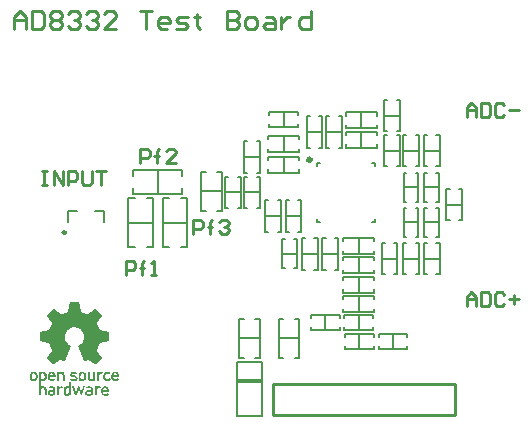
<source format=gto>
G04*
G04 #@! TF.GenerationSoftware,Altium Limited,Altium Designer,18.1.9 (240)*
G04*
G04 Layer_Color=65535*
%FSLAX25Y25*%
%MOIN*%
G70*
G01*
G75*
%ADD10C,0.00984*%
%ADD11C,0.01575*%
%ADD12C,0.00787*%
%ADD13C,0.00591*%
%ADD14C,0.00600*%
%ADD15C,0.01000*%
%ADD16C,0.01181*%
%ADD17C,0.00394*%
G36*
X333603Y254837D02*
Y254779D01*
X334179Y251838D01*
Y251780D01*
X334237Y251723D01*
X334295Y251665D01*
X336256Y250857D01*
X336428D01*
X338908Y252588D01*
X338966D01*
X339081Y252530D01*
X341215Y250512D01*
Y250454D01*
Y250396D01*
Y250339D01*
Y250281D01*
X339485Y247859D01*
Y247743D01*
Y247686D01*
Y247628D01*
X340408Y245609D01*
Y245552D01*
X340465Y245494D01*
X340581D01*
X343349Y244975D01*
X343464D01*
X343522Y244917D01*
Y244860D01*
Y241919D01*
Y241861D01*
X343464Y241803D01*
X343349D01*
X340638Y241227D01*
X340581D01*
X340523Y241169D01*
X340465Y241111D01*
X339600Y238920D01*
Y238862D01*
Y238804D01*
Y238747D01*
Y238689D01*
X341215Y236440D01*
Y236325D01*
Y236267D01*
X339081Y234191D01*
X339024Y234133D01*
X338966D01*
X338908Y234191D01*
X336659Y235690D01*
X336428D01*
X335506Y235171D01*
X335390D01*
X335333Y235229D01*
X333257Y240189D01*
Y240246D01*
X333314Y240419D01*
X333603Y240534D01*
X333660Y240592D01*
X333718Y240650D01*
X333776Y240708D01*
X333949Y240823D01*
X334179Y241054D01*
X334468Y241342D01*
X334756Y241688D01*
X334987Y242149D01*
X335160Y242668D01*
X335217Y243303D01*
Y243360D01*
Y243533D01*
X335160Y243764D01*
X335102Y244110D01*
X334987Y244456D01*
X334814Y244860D01*
X334583Y245264D01*
X334295Y245609D01*
X334237Y245667D01*
X334122Y245782D01*
X333949Y245898D01*
X333660Y246129D01*
X333314Y246302D01*
X332911Y246417D01*
X332507Y246532D01*
X331988Y246590D01*
X331757D01*
X331527Y246532D01*
X331181Y246475D01*
X330835Y246359D01*
X330431Y246186D01*
X330085Y245955D01*
X329681Y245609D01*
X329624Y245552D01*
X329566Y245437D01*
X329393Y245264D01*
X329220Y244975D01*
X329047Y244629D01*
X328931Y244225D01*
X328816Y243822D01*
X328758Y243303D01*
Y243245D01*
Y243014D01*
X328816Y242726D01*
X328931Y242322D01*
X329104Y241919D01*
X329393Y241457D01*
X329739Y241054D01*
X330258Y240650D01*
Y240592D01*
X330315Y240534D01*
X330373D01*
X330662Y240419D01*
X330719Y240361D01*
Y240189D01*
X328701Y235229D01*
X328643D01*
X328470Y235171D01*
X327490Y235690D01*
X327317D01*
X325067Y234191D01*
X325010Y234133D01*
X324952D01*
X324894Y234191D01*
X322761Y236267D01*
Y236325D01*
Y236382D01*
Y236440D01*
X324376Y238689D01*
Y238747D01*
Y238804D01*
Y238862D01*
Y238920D01*
X323453Y241111D01*
Y241169D01*
X323337Y241227D01*
X320627Y241803D01*
X320569D01*
X320512Y241861D01*
X320454Y241919D01*
Y244860D01*
Y244917D01*
X320512Y244975D01*
X320627D01*
X323395Y245494D01*
X323453D01*
X323626Y245609D01*
X324433Y247628D01*
Y247686D01*
Y247743D01*
Y247801D01*
Y247859D01*
X322761Y250281D01*
Y250339D01*
Y250396D01*
Y250454D01*
Y250512D01*
X324894Y252530D01*
X324952Y252588D01*
X325067D01*
X327490Y250857D01*
X327720D01*
X329681Y251665D01*
X329739D01*
X329797Y251723D01*
Y251838D01*
X330373Y254779D01*
Y254837D01*
X330431Y254894D01*
X333545D01*
X333603Y254837D01*
D02*
G37*
G36*
X341446Y231653D02*
X341676Y231538D01*
X341215Y230961D01*
X341158Y231019D01*
X341100Y231077D01*
X340985Y231134D01*
X340869Y231192D01*
X340754D01*
X340581Y231134D01*
X340350Y230904D01*
X340292Y230731D01*
X340235Y230500D01*
Y228655D01*
X339600D01*
Y231769D01*
X340235D01*
Y231423D01*
X340292Y231480D01*
X340408Y231596D01*
X340696Y231711D01*
X341042Y231769D01*
X341215D01*
X341446Y231653D01*
D02*
G37*
G36*
X328182D02*
X328355Y231480D01*
X328528Y231307D01*
X328643Y231019D01*
X328701Y230673D01*
Y228655D01*
X328066D01*
Y230500D01*
Y230558D01*
Y230615D01*
X328009Y230846D01*
X327778Y231077D01*
X327663Y231192D01*
X327317D01*
X327144Y231134D01*
X326913Y230904D01*
X326855Y230731D01*
X326798Y230500D01*
Y228655D01*
X326163D01*
Y231769D01*
X326798D01*
Y231423D01*
X326855Y231480D01*
X327028Y231596D01*
X327259Y231711D01*
X327663Y231769D01*
X327836D01*
X328182Y231653D01*
D02*
G37*
G36*
X321953Y231711D02*
X322242Y231653D01*
X322530Y231423D01*
X322588Y231365D01*
X322645Y231134D01*
X322703Y230788D01*
Y230212D01*
Y230154D01*
Y230096D01*
Y229750D01*
X322645Y229347D01*
X322530Y229001D01*
X322472Y228943D01*
X322242Y228828D01*
X321953Y228655D01*
X321665Y228597D01*
X321607D01*
X321434Y228655D01*
X321146Y228770D01*
X320800Y228943D01*
Y226521D01*
X320858Y226578D01*
X321031Y226694D01*
X321261Y226809D01*
X321665Y226867D01*
X321838D01*
X322184Y226751D01*
X322357Y226636D01*
X322530Y226405D01*
X322645Y226175D01*
X322703Y225829D01*
Y223810D01*
X322069D01*
Y225598D01*
Y225656D01*
Y225713D01*
X322011Y225944D01*
X321780Y226175D01*
X321665Y226290D01*
X321319D01*
X321146Y226232D01*
X320915Y226002D01*
X320858Y225829D01*
X320800Y225598D01*
Y223810D01*
X320281D01*
Y231769D01*
X320800D01*
Y231423D01*
X320858Y231480D01*
X321088Y231596D01*
X321319Y231711D01*
X321665Y231769D01*
X321723D01*
X321953Y231711D01*
D02*
G37*
G36*
X332161D02*
X332507Y231596D01*
X332911Y231307D01*
X332565Y230904D01*
X332449Y230961D01*
X332219Y231077D01*
X331930Y231134D01*
X331700Y231192D01*
X331584D01*
X331411Y231134D01*
X331238Y231077D01*
X331123Y230846D01*
Y230788D01*
X331181Y230731D01*
X331296Y230615D01*
X331584Y230558D01*
X332103Y230500D01*
X332276D01*
X332565Y230327D01*
X332911Y230039D01*
X332968Y229866D01*
X333026Y229577D01*
Y229520D01*
Y229404D01*
X332968Y229289D01*
X332853Y229116D01*
X332680Y228885D01*
X332449Y228770D01*
X332161Y228655D01*
X331700Y228597D01*
X331584D01*
X331238Y228655D01*
X330835Y228828D01*
X330373Y229174D01*
X330777Y229577D01*
X330835Y229520D01*
X331065Y229404D01*
X331411Y229231D01*
X331757Y229174D01*
X331873D01*
X332103Y229231D01*
X332276Y229347D01*
X332392Y229462D01*
Y229577D01*
Y229635D01*
X332334Y229693D01*
X332219Y229808D01*
X331988Y229923D01*
X331354D01*
X331296Y229981D01*
X331008Y230096D01*
X330719Y230385D01*
X330662Y230558D01*
X330604Y230846D01*
Y230904D01*
Y231019D01*
X330719Y231307D01*
X330892Y231480D01*
X331065Y231653D01*
X331354Y231711D01*
X331700Y231769D01*
X331815D01*
X332161Y231711D01*
D02*
G37*
G36*
X343407D02*
X343753Y231538D01*
X344099Y231250D01*
X343637Y230846D01*
X343580Y230904D01*
X343464Y231019D01*
X343291Y231134D01*
X343003Y231192D01*
X342888D01*
X342657Y231077D01*
X342484Y230961D01*
X342369Y230788D01*
X342311Y230558D01*
X342253Y230212D01*
Y230154D01*
Y230039D01*
X342369Y229750D01*
X342599Y229404D01*
X342772Y229289D01*
X343003Y229231D01*
X343061D01*
X343234Y229289D01*
X343407Y229404D01*
X343637Y229577D01*
X344099Y229174D01*
X344041Y229058D01*
X343810Y228885D01*
X343464Y228712D01*
X343003Y228597D01*
X342772D01*
X342542Y228712D01*
X342311Y228828D01*
X342080Y229001D01*
X341849Y229289D01*
X341676Y229693D01*
X341619Y230212D01*
Y230269D01*
Y230442D01*
X341676Y230731D01*
X341792Y231019D01*
X341965Y231250D01*
X342196Y231538D01*
X342542Y231711D01*
X343003Y231769D01*
X343118D01*
X343407Y231711D01*
D02*
G37*
G36*
X338908Y228655D02*
X338274D01*
Y228943D01*
X338216Y228885D01*
X338043Y228770D01*
X337813Y228655D01*
X337524Y228597D01*
X337351D01*
X337005Y228712D01*
X336774Y228828D01*
X336601Y229058D01*
X336486Y229289D01*
X336428Y229635D01*
Y231769D01*
X337063D01*
Y229923D01*
Y229808D01*
X337121Y229577D01*
X337351Y229347D01*
X337467Y229289D01*
X337697Y229231D01*
X337813D01*
X337986Y229347D01*
X338159Y229520D01*
X338274Y229693D01*
Y229923D01*
Y231769D01*
X338908D01*
Y228655D01*
D02*
G37*
G36*
X345944Y231711D02*
X346232Y231596D01*
X346463Y231480D01*
X346636Y231250D01*
X346809Y230904D01*
X346867Y230500D01*
Y229923D01*
X344906D01*
Y229866D01*
Y229808D01*
X345021Y229577D01*
X345252Y229289D01*
X345425Y229231D01*
X345656Y229174D01*
X345713D01*
X345886Y229231D01*
X346117Y229347D01*
X346290Y229520D01*
X346751Y229116D01*
X346694Y229058D01*
X346463Y228885D01*
X346117Y228655D01*
X345656Y228597D01*
X345425D01*
X345194Y228712D01*
X344964Y228828D01*
X344733Y229001D01*
X344502Y229289D01*
X344329Y229693D01*
X344272Y230212D01*
Y230269D01*
Y230442D01*
X344329Y230731D01*
X344445Y231019D01*
X344560Y231250D01*
X344791Y231538D01*
X345137Y231711D01*
X345540Y231769D01*
X345771D01*
X345944Y231711D01*
D02*
G37*
G36*
X334987D02*
X335275Y231653D01*
X335563Y231423D01*
X335621Y231365D01*
X335736Y231134D01*
X335852Y230788D01*
X335910Y230212D01*
Y230154D01*
Y230096D01*
X335852Y229750D01*
X335794Y229347D01*
X335563Y229001D01*
X335506Y228943D01*
X335333Y228828D01*
X335044Y228655D01*
X334641Y228597D01*
X334525D01*
X334295Y228655D01*
X334006Y228770D01*
X333660Y229001D01*
X333603Y229058D01*
X333545Y229289D01*
X333430Y229693D01*
X333372Y230212D01*
Y230269D01*
Y230327D01*
X333430Y230673D01*
X333487Y231077D01*
X333660Y231423D01*
X333718Y231480D01*
X333891Y231596D01*
X334237Y231711D01*
X334641Y231769D01*
X334756D01*
X334987Y231711D01*
D02*
G37*
G36*
X324779D02*
X325067Y231596D01*
X325298Y231480D01*
X325471Y231250D01*
X325644Y230904D01*
X325702Y230500D01*
Y229923D01*
X323741D01*
Y229866D01*
Y229808D01*
X323856Y229577D01*
X324029Y229289D01*
X324202Y229231D01*
X324433Y229174D01*
X324491D01*
X324722Y229231D01*
X324894Y229347D01*
X325125Y229520D01*
X325644Y229116D01*
X325529Y229058D01*
X325298Y228885D01*
X324952Y228655D01*
X324491Y228597D01*
X324260D01*
X324029Y228712D01*
X323799Y228828D01*
X323568Y229001D01*
X323337Y229289D01*
X323164Y229693D01*
X323107Y230212D01*
Y230269D01*
Y230442D01*
X323164Y230731D01*
X323280Y231019D01*
X323395Y231250D01*
X323626Y231538D01*
X323972Y231711D01*
X324376Y231769D01*
X324606D01*
X324779Y231711D01*
D02*
G37*
G36*
X318839D02*
X319127Y231653D01*
X319358Y231423D01*
X319416Y231365D01*
X319531Y231134D01*
X319647Y230788D01*
X319704Y230212D01*
Y230154D01*
Y230096D01*
X319647Y229750D01*
X319589Y229347D01*
X319358Y229001D01*
X319301Y228943D01*
X319127Y228828D01*
X318839Y228655D01*
X318436Y228597D01*
X318320D01*
X318090Y228655D01*
X317801Y228770D01*
X317455Y229001D01*
X317397Y229058D01*
X317340Y229347D01*
X317282Y229693D01*
X317224Y230212D01*
Y230269D01*
Y230327D01*
X317282Y230673D01*
X317340Y231019D01*
X317455Y231423D01*
X317513Y231480D01*
X317686Y231596D01*
X318032Y231711D01*
X318436Y231769D01*
X318551D01*
X318839Y231711D01*
D02*
G37*
G36*
X340696Y226751D02*
X340927Y226636D01*
X340408Y226117D01*
Y226175D01*
X340292Y226232D01*
X340177Y226290D01*
X339889D01*
X339716Y226232D01*
X339543Y226002D01*
X339427Y225829D01*
Y225598D01*
Y223810D01*
X338793D01*
Y226867D01*
X339427D01*
Y226521D01*
X339485Y226578D01*
X339658Y226694D01*
X339889Y226809D01*
X340292Y226867D01*
X340465D01*
X340696Y226751D01*
D02*
G37*
G36*
X330892Y223810D02*
X330258D01*
Y224041D01*
X330200Y223983D01*
X330027Y223868D01*
X329797Y223753D01*
X329450Y223695D01*
X329393D01*
X329162Y223753D01*
X328874Y223868D01*
X328643Y224156D01*
X328585Y224214D01*
X328528Y224387D01*
X328470Y224502D01*
Y224733D01*
X328412Y224964D01*
Y225310D01*
Y225367D01*
Y225483D01*
X328470Y225829D01*
X328528Y226232D01*
X328585Y226405D01*
X328643Y226521D01*
X328701Y226578D01*
X328816Y226694D01*
X329104Y226809D01*
X329450Y226867D01*
X329508D01*
X329739Y226809D01*
X329970Y226751D01*
X330258Y226521D01*
Y228135D01*
X330892D01*
Y223810D01*
D02*
G37*
G36*
X328182Y226751D02*
X328412Y226636D01*
X327951Y226117D01*
X327893Y226175D01*
X327836Y226232D01*
X327663Y226290D01*
X327432D01*
X327259Y226232D01*
X327028Y226002D01*
X326971Y225829D01*
Y225598D01*
Y223810D01*
X326336D01*
Y226867D01*
X326971D01*
Y226521D01*
X327028Y226578D01*
X327144Y226694D01*
X327374Y226809D01*
X327720Y226867D01*
X327951D01*
X328182Y226751D01*
D02*
G37*
G36*
X334641Y223810D02*
X334064D01*
X333372Y225944D01*
X332738Y223810D01*
X332219D01*
X331238Y226867D01*
X331873D01*
X332449Y224675D01*
X333199Y226867D01*
X333660D01*
X334352Y224675D01*
X334929Y226867D01*
X335621D01*
X334641Y223810D01*
D02*
G37*
G36*
X337524Y226751D02*
X337697Y226636D01*
X337928Y226463D01*
X338043Y226232D01*
X338101Y225886D01*
Y223810D01*
X337524D01*
Y224041D01*
X337467Y223983D01*
X337351Y223868D01*
X337063Y223753D01*
X336717Y223695D01*
X336544D01*
X336198Y223810D01*
X335967Y223926D01*
X335794Y224099D01*
X335679Y224329D01*
X335621Y224675D01*
Y224733D01*
Y224848D01*
X335736Y225137D01*
X335852Y225310D01*
X336083Y225483D01*
X336313Y225540D01*
X336659Y225598D01*
X337524D01*
Y225886D01*
Y225944D01*
X337467Y226117D01*
X337236Y226232D01*
X337121Y226290D01*
X336659D01*
X336428Y226232D01*
X336313Y226117D01*
X335852Y226463D01*
X335910Y226521D01*
X336083Y226694D01*
X336371Y226809D01*
X336890Y226867D01*
X337063D01*
X337524Y226751D01*
D02*
G37*
G36*
X324722Y226809D02*
X325010Y226751D01*
X325240Y226636D01*
X325413Y226463D01*
X325587Y226232D01*
X325644Y225886D01*
Y223810D01*
X325010D01*
Y224041D01*
X324952Y223983D01*
X324837Y223868D01*
X324606Y223753D01*
X324260Y223695D01*
X324087D01*
X323683Y223810D01*
X323453Y223926D01*
X323280Y224099D01*
X323164Y224329D01*
X323107Y224675D01*
Y224733D01*
Y224848D01*
X323222Y225137D01*
X323337Y225310D01*
X323568Y225483D01*
X323799Y225540D01*
X324145Y225598D01*
X325010D01*
Y225886D01*
Y225944D01*
X324952Y226117D01*
X324722Y226232D01*
X324606Y226290D01*
X324145D01*
X323914Y226232D01*
X323741Y226117D01*
X323280Y226463D01*
X323337Y226521D01*
X323568Y226694D01*
X323856Y226809D01*
X324318Y226867D01*
X324549D01*
X324722Y226809D01*
D02*
G37*
G36*
X342599D02*
X342888Y226694D01*
X343118Y226578D01*
X343291Y226348D01*
X343464Y226002D01*
X343522Y225598D01*
Y225021D01*
X341561D01*
Y224964D01*
Y224906D01*
X341676Y224675D01*
X341849Y224387D01*
X342022Y224329D01*
X342253Y224272D01*
X342311D01*
X342542Y224329D01*
X342715Y224445D01*
X342945Y224618D01*
X343407Y224214D01*
X343349Y224156D01*
X343118Y223983D01*
X342772Y223753D01*
X342311Y223695D01*
X342080D01*
X341849Y223810D01*
X341619Y223926D01*
X341388Y224099D01*
X341158Y224387D01*
X340985Y224791D01*
X340927Y225310D01*
Y225367D01*
Y225540D01*
X340985Y225829D01*
X341100Y226117D01*
X341215Y226348D01*
X341446Y226636D01*
X341792Y226809D01*
X342196Y226867D01*
X342426D01*
X342599Y226809D01*
D02*
G37*
%LPC*%
G36*
X321434Y231192D02*
X321319D01*
X321146Y231077D01*
X321031Y230961D01*
X320915Y230788D01*
X320858Y230558D01*
X320800Y230212D01*
Y230154D01*
Y230039D01*
X320858Y229750D01*
X321088Y229404D01*
X321204Y229289D01*
X321434Y229231D01*
X321550D01*
X321780Y229347D01*
X321896Y229462D01*
X321953Y229635D01*
X322069Y229866D01*
Y230212D01*
Y230269D01*
Y230385D01*
X322011Y230731D01*
X321780Y231019D01*
X321665Y231134D01*
X321434Y231192D01*
D02*
G37*
G36*
X345713D02*
X345425D01*
X345252Y231134D01*
X345021Y230904D01*
X344964Y230731D01*
X344906Y230500D01*
X346232D01*
Y230558D01*
Y230615D01*
X346117Y230846D01*
X345886Y231077D01*
X345713Y231192D01*
D02*
G37*
G36*
X334641D02*
X334583D01*
X334468Y231134D01*
X334295Y231077D01*
X334179Y230904D01*
X334122Y230788D01*
X334064Y230558D01*
X334006Y230212D01*
Y230096D01*
Y229923D01*
X334064Y229635D01*
X334179Y229462D01*
Y229404D01*
X334237Y229347D01*
X334410Y229289D01*
X334641Y229231D01*
X334698D01*
X334814Y229289D01*
X334987Y229347D01*
X335102Y229462D01*
X335160Y229520D01*
X335217Y229635D01*
X335275Y229866D01*
Y230212D01*
Y230327D01*
Y230500D01*
X335217Y230731D01*
X335102Y230904D01*
Y230961D01*
X334987Y231077D01*
X334871Y231134D01*
X334641Y231192D01*
D02*
G37*
G36*
X324549D02*
X324260D01*
X324087Y231134D01*
X323856Y230904D01*
X323799Y230731D01*
X323741Y230500D01*
X325067D01*
Y230558D01*
Y230615D01*
X324952Y230846D01*
X324722Y231077D01*
X324549Y231192D01*
D02*
G37*
G36*
X318436D02*
X318378D01*
X318263Y231134D01*
X318090Y231077D01*
X317974Y230904D01*
X317916Y230846D01*
X317859Y230731D01*
X317801Y230500D01*
X317743Y230212D01*
Y230154D01*
X317801Y229923D01*
X317859Y229693D01*
X317974Y229462D01*
Y229404D01*
X318032Y229347D01*
X318205Y229289D01*
X318436Y229231D01*
X318493D01*
X318666Y229289D01*
X318839Y229347D01*
X318954Y229462D01*
Y229520D01*
X319012Y229635D01*
X319070Y229866D01*
Y230212D01*
Y230327D01*
Y230500D01*
X319012Y230731D01*
X318954Y230904D01*
X318897Y230961D01*
X318839Y231077D01*
X318666Y231134D01*
X318436Y231192D01*
D02*
G37*
G36*
X329681Y226290D02*
X329566D01*
X329393Y226175D01*
X329277Y226059D01*
X329162Y225886D01*
X329104Y225656D01*
X329047Y225310D01*
Y225252D01*
Y225137D01*
X329104Y224848D01*
X329335Y224502D01*
X329450Y224387D01*
X329681Y224329D01*
X329797D01*
X329970Y224445D01*
X330085Y224560D01*
X330142Y224733D01*
X330258Y224964D01*
Y225310D01*
Y225367D01*
Y225483D01*
X330200Y225829D01*
X330027Y226117D01*
X329854Y226232D01*
X329681Y226290D01*
D02*
G37*
G36*
X337524Y225021D02*
X336717D01*
X336544Y224964D01*
X336313Y224906D01*
X336256Y224675D01*
Y224618D01*
X336313Y224502D01*
X336486Y224329D01*
X336774Y224272D01*
X336890D01*
X337178Y224329D01*
X337409Y224502D01*
X337467Y224675D01*
X337524Y224848D01*
Y225021D01*
D02*
G37*
G36*
X325010D02*
X324202D01*
X324029Y224964D01*
X323799Y224906D01*
X323741Y224675D01*
Y224618D01*
X323799Y224502D01*
X323972Y224329D01*
X324318Y224272D01*
X324433D01*
X324664Y224329D01*
X324894Y224502D01*
X325010Y224675D01*
Y224848D01*
Y225021D01*
D02*
G37*
G36*
X342369Y226290D02*
X342080D01*
X341907Y226232D01*
X341676Y226002D01*
X341619Y225829D01*
X341561Y225598D01*
X342888D01*
Y225656D01*
Y225713D01*
X342772Y225944D01*
X342542Y226175D01*
X342369Y226290D01*
D02*
G37*
%LPD*%
D10*
X329134Y278150D02*
G03*
X329134Y278150I-492J0D01*
G01*
D11*
X410739Y302339D02*
G03*
X410739Y302339I-400J0D01*
G01*
D12*
X338681Y285433D02*
X341732D01*
Y281496D02*
Y285433D01*
X329921D02*
X332972D01*
X329921Y281496D02*
Y285433D01*
D13*
X349988Y281398D02*
X358059D01*
X349988Y273228D02*
Y289567D01*
X358059Y273228D02*
Y289567D01*
X356090D02*
X358059D01*
X356090Y273228D02*
X358059D01*
X349988D02*
X352055D01*
X349988Y289567D02*
X352055D01*
X359732Y290945D02*
Y299016D01*
X351563D02*
X367901D01*
X351563Y290945D02*
X367901D01*
Y292913D01*
X351563Y290945D02*
Y292913D01*
Y296949D02*
Y299016D01*
X367901Y296949D02*
Y299016D01*
X361405Y281398D02*
X369476D01*
X361405Y273228D02*
Y289567D01*
X369476Y273228D02*
Y289567D01*
X367508D02*
X369476D01*
X367508Y273228D02*
X369476D01*
X361405D02*
X363472D01*
X361405Y289567D02*
X363472D01*
X388583Y291535D02*
X393898D01*
X388583Y286319D02*
X389665D01*
X388583D02*
Y296752D01*
X389665D01*
X392815D02*
X393898D01*
Y286319D02*
Y296752D01*
X392815Y286319D02*
X393898D01*
X448425Y305413D02*
X453740D01*
X452658Y310531D02*
X453740D01*
Y300295D02*
Y310531D01*
X452658Y300295D02*
X453740D01*
X448425D02*
X449508D01*
X448425D02*
Y310531D01*
X449508D01*
X452658Y288386D02*
X453543D01*
X448622D02*
X449508D01*
X448622Y298031D02*
X449508D01*
X452658D02*
X453543D01*
X448622Y293209D02*
X453543D01*
X448622Y288386D02*
Y298031D01*
X453543Y288386D02*
Y298031D01*
X448425Y269390D02*
X453740D01*
X448425Y264272D02*
X449508D01*
X448425D02*
Y274508D01*
X449508D01*
X452658D02*
X453740D01*
Y264272D02*
Y274508D01*
X452658Y264272D02*
X453740D01*
X445768Y276772D02*
X446654D01*
X441732D02*
X442618D01*
X441732Y286418D02*
X442618D01*
X445768D02*
X446654D01*
X441732Y281595D02*
X446654D01*
X441732Y276772D02*
Y286418D01*
X446654Y276772D02*
Y286418D01*
X441536Y269390D02*
X446850D01*
X445768Y274606D02*
X446850D01*
Y264173D02*
Y274606D01*
X445768Y264173D02*
X446850D01*
X441536D02*
X442618D01*
X441536D02*
Y274606D01*
X442618D01*
X441536Y305413D02*
X446850D01*
X441536Y300197D02*
X442618D01*
X441536D02*
Y310630D01*
X442618D01*
X445768D02*
X446850D01*
Y300197D02*
Y310630D01*
X445768Y300197D02*
X446850D01*
X441732Y298031D02*
X442618D01*
X445768D02*
X446654D01*
X445768Y288386D02*
X446654D01*
X441732D02*
X442618D01*
X441732Y293209D02*
X446654D01*
Y288386D02*
Y298031D01*
X441732Y288386D02*
Y298031D01*
X456004Y287402D02*
X461319D01*
X460236Y292618D02*
X461319D01*
Y282185D02*
Y292618D01*
X460236Y282185D02*
X461319D01*
X456004D02*
X457087D01*
X456004D02*
Y292618D01*
X457087D01*
X448622Y286418D02*
X449508D01*
X452658D02*
X453543D01*
X452658Y276772D02*
X453543D01*
X448622D02*
X449508D01*
X448622Y281595D02*
X453543D01*
Y276772D02*
Y286418D01*
X448622Y276772D02*
Y286418D01*
X402362Y283563D02*
X407677D01*
X402362Y278346D02*
X403445D01*
X402362D02*
Y288779D01*
X403445D01*
X406595D02*
X407677D01*
Y278346D02*
Y288779D01*
X406595Y278346D02*
X407677D01*
X395473Y283563D02*
X400787D01*
X395473Y278346D02*
X396555D01*
X395473D02*
Y288779D01*
X396555D01*
X399705D02*
X400787D01*
Y278346D02*
Y288779D01*
X399705Y278346D02*
X400787D01*
X382185Y291535D02*
X387500D01*
X382185Y286319D02*
X383268D01*
X382185D02*
Y296752D01*
X383268D01*
X386417D02*
X387500D01*
Y286319D02*
Y296752D01*
X386417Y286319D02*
X387500D01*
X374213Y291831D02*
X381102D01*
X379626Y285433D02*
X381102D01*
Y298228D01*
X379626D02*
X381102D01*
X374213D02*
X375689D01*
X374213Y285433D02*
Y298228D01*
Y285433D02*
X375689D01*
X405315Y266142D02*
X406201D01*
X401279D02*
X402165D01*
X401279Y275787D02*
X402165D01*
X405315D02*
X406201D01*
X401279Y270965D02*
X406201D01*
X401279Y266142D02*
Y275787D01*
X406201Y266142D02*
Y275787D01*
X401772Y298032D02*
Y303346D01*
X396555Y302264D02*
Y303346D01*
X406988D01*
Y302264D02*
Y303346D01*
Y298032D02*
Y299114D01*
X396555Y298032D02*
X406988D01*
X396555D02*
Y299114D01*
X401772Y304921D02*
Y310236D01*
X406988Y304921D02*
Y306004D01*
X396555Y304921D02*
X406988D01*
X396555D02*
Y306004D01*
Y309154D02*
Y310236D01*
X406988D01*
Y309154D02*
Y310236D01*
X388583Y303248D02*
X393898D01*
X392815Y308465D02*
X393898D01*
Y298031D02*
Y308465D01*
X392815Y298031D02*
X393898D01*
X388583D02*
X389665D01*
X388583D02*
Y308465D01*
X389665D01*
X426772Y264567D02*
Y269882D01*
X421555Y268799D02*
Y269882D01*
X431988D01*
Y268799D02*
Y269882D01*
Y264567D02*
Y265650D01*
X421555Y264567D02*
X431988D01*
X421555D02*
Y265650D01*
X426772Y270965D02*
Y276280D01*
X431988Y270965D02*
Y272047D01*
X421555Y270965D02*
X431988D01*
X421555D02*
Y272047D01*
Y275197D02*
Y276280D01*
X431988D01*
Y275197D02*
Y276280D01*
X427657Y306398D02*
Y311713D01*
X432874Y306398D02*
Y307480D01*
X422441Y306398D02*
X432874D01*
X422441D02*
Y307480D01*
Y310630D02*
Y311713D01*
X432874D01*
Y310630D02*
Y311713D01*
X427657Y312795D02*
Y318110D01*
X422441Y317027D02*
Y318110D01*
X432874D01*
Y317027D02*
Y318110D01*
Y312795D02*
Y313878D01*
X422441Y312795D02*
X432874D01*
X422441D02*
Y313878D01*
X396949Y313287D02*
Y314173D01*
Y317323D02*
Y318209D01*
X406595Y317323D02*
Y318209D01*
Y313287D02*
Y314173D01*
X401772Y313287D02*
Y318209D01*
X396949D02*
X406595D01*
X396949Y313287D02*
X406595D01*
X421949Y245669D02*
Y246555D01*
Y249705D02*
Y250591D01*
X431595Y249705D02*
Y250591D01*
Y245669D02*
Y246555D01*
X426772Y245669D02*
Y250591D01*
X421949D02*
X431595D01*
X421949Y245669D02*
X431595D01*
X420374Y249705D02*
Y250591D01*
Y245669D02*
Y246555D01*
X410728Y245669D02*
Y246555D01*
Y249705D02*
Y250591D01*
X415551Y245669D02*
Y250591D01*
X410728Y245669D02*
X420374D01*
X410728Y250591D02*
X420374D01*
X426772Y251673D02*
Y256988D01*
X421555Y255906D02*
Y256988D01*
X431988D01*
Y255906D02*
Y256988D01*
Y251673D02*
Y252756D01*
X421555Y251673D02*
X431988D01*
X421555D02*
Y252756D01*
X426772Y258071D02*
Y263386D01*
X421555Y262303D02*
Y263386D01*
X431988D01*
Y262303D02*
Y263386D01*
Y258071D02*
Y259154D01*
X421555Y258071D02*
X431988D01*
X421555D02*
Y259154D01*
X409350Y311614D02*
X414665D01*
X409350Y306398D02*
X410433D01*
X409350D02*
Y316831D01*
X410433D01*
X413583D02*
X414665D01*
Y306398D02*
Y316831D01*
X413583Y306398D02*
X414665D01*
X415831Y311614D02*
X421145D01*
X415831Y306398D02*
X416913D01*
X415831D02*
Y316831D01*
X416913D01*
X420063D02*
X421145D01*
Y306398D02*
Y316831D01*
X420063Y306398D02*
X421145D01*
X433366Y239370D02*
Y240256D01*
Y243406D02*
Y244291D01*
X443012Y243406D02*
Y244291D01*
Y239370D02*
Y240256D01*
X438189Y239370D02*
Y244291D01*
X433366D02*
X443012D01*
X433366Y239370D02*
X443012D01*
X431693Y243406D02*
Y244291D01*
Y239370D02*
Y240256D01*
X422047Y239370D02*
Y240256D01*
Y243406D02*
Y244291D01*
X426870Y239370D02*
Y244291D01*
X422047Y239370D02*
X431693D01*
X422047Y244291D02*
X431693D01*
X434350Y269390D02*
X439665D01*
X434350Y264173D02*
X435433D01*
X434350D02*
Y274606D01*
X435433D01*
X438583D02*
X439665D01*
Y264173D02*
Y274606D01*
X438583Y264173D02*
X439665D01*
X407776Y270965D02*
X413091D01*
X412008Y276181D02*
X413091D01*
Y265748D02*
Y276181D01*
X412008Y265748D02*
X413091D01*
X407776D02*
X408858D01*
X407776D02*
Y276181D01*
X408858D01*
X414665Y270965D02*
X419980D01*
X418898Y276181D02*
X419980D01*
Y265748D02*
Y276181D01*
X418898Y265748D02*
X419980D01*
X414665D02*
X415748D01*
X414665D02*
Y276181D01*
X415748D01*
X386154Y234965D02*
X394654D01*
X386054Y216965D02*
X394654D01*
Y234965D01*
X386054Y216965D02*
X386154Y234965D01*
X386910Y242815D02*
X393799D01*
X386910Y249213D02*
X388386D01*
X386910Y236417D02*
Y249213D01*
Y236417D02*
X388386D01*
X392323D02*
X393799D01*
Y249213D01*
X392323D02*
X393799D01*
X400118Y242815D02*
X407008D01*
X400118Y249213D02*
X401594D01*
X400118Y236417D02*
Y249213D01*
Y236417D02*
X401594D01*
X405532D02*
X407008D01*
Y249213D01*
X405532D02*
X407008D01*
X435236Y317028D02*
X440551D01*
X435236Y311811D02*
X436319D01*
X435236D02*
Y322244D01*
X436319D01*
X439469D02*
X440551D01*
Y311811D02*
Y322244D01*
X439469Y311811D02*
X440551D01*
X435236Y305413D02*
X440551D01*
X439469Y310630D02*
X440551D01*
Y300197D02*
Y310630D01*
X439469Y300197D02*
X440551D01*
X435236D02*
X436319D01*
X435236D02*
Y310630D01*
X436319D01*
D14*
X432339Y300139D02*
Y301139D01*
X431339Y281539D02*
X432339D01*
X412739D02*
Y282539D01*
Y301139D02*
X413739D01*
X412739Y281539D02*
X413739D01*
X432339D02*
Y282539D01*
X431339Y301139D02*
X432339D01*
X412739Y300139D02*
Y301139D01*
D15*
X458763Y217421D02*
Y227540D01*
X398307Y217421D02*
X458763D01*
X398307Y227540D02*
X458763D01*
X398307Y217421D02*
Y227540D01*
X311910Y345866D02*
Y349865D01*
X313909Y351864D01*
X315908Y349865D01*
Y345866D01*
Y348865D01*
X311910D01*
X317908Y351864D02*
Y345866D01*
X320906D01*
X321906Y346866D01*
Y350865D01*
X320906Y351864D01*
X317908D01*
X323906Y350865D02*
X324905Y351864D01*
X326905D01*
X327904Y350865D01*
Y349865D01*
X326905Y348865D01*
X327904Y347866D01*
Y346866D01*
X326905Y345866D01*
X324905D01*
X323906Y346866D01*
Y347866D01*
X324905Y348865D01*
X323906Y349865D01*
Y350865D01*
X324905Y348865D02*
X326905D01*
X329904Y350865D02*
X330903Y351864D01*
X332903D01*
X333902Y350865D01*
Y349865D01*
X332903Y348865D01*
X331903D01*
X332903D01*
X333902Y347866D01*
Y346866D01*
X332903Y345866D01*
X330903D01*
X329904Y346866D01*
X335902Y350865D02*
X336901Y351864D01*
X338901D01*
X339900Y350865D01*
Y349865D01*
X338901Y348865D01*
X337901D01*
X338901D01*
X339900Y347866D01*
Y346866D01*
X338901Y345866D01*
X336901D01*
X335902Y346866D01*
X345899Y345866D02*
X341900D01*
X345899Y349865D01*
Y350865D01*
X344899Y351864D01*
X342899D01*
X341900Y350865D01*
X353896Y351864D02*
X357895D01*
X355895D01*
Y345866D01*
X362893D02*
X360894D01*
X359894Y346866D01*
Y348865D01*
X360894Y349865D01*
X362893D01*
X363893Y348865D01*
Y347866D01*
X359894D01*
X365892Y345866D02*
X368891D01*
X369891Y346866D01*
X368891Y347866D01*
X366892D01*
X365892Y348865D01*
X366892Y349865D01*
X369891D01*
X372890Y350865D02*
Y349865D01*
X371890D01*
X373889D01*
X372890D01*
Y346866D01*
X373889Y345866D01*
X382887Y351864D02*
Y345866D01*
X385886D01*
X386885Y346866D01*
Y347866D01*
X385886Y348865D01*
X382887D01*
X385886D01*
X386885Y349865D01*
Y350865D01*
X385886Y351864D01*
X382887D01*
X389884Y345866D02*
X391884D01*
X392883Y346866D01*
Y348865D01*
X391884Y349865D01*
X389884D01*
X388884Y348865D01*
Y346866D01*
X389884Y345866D01*
X395882Y349865D02*
X397882D01*
X398881Y348865D01*
Y345866D01*
X395882D01*
X394883Y346866D01*
X395882Y347866D01*
X398881D01*
X400881Y349865D02*
Y345866D01*
Y347866D01*
X401880Y348865D01*
X402880Y349865D01*
X403880D01*
X410877Y351864D02*
Y345866D01*
X407878D01*
X406879Y346866D01*
Y348865D01*
X407878Y349865D01*
X410877D01*
X371641Y277658D02*
Y282380D01*
X374003D01*
X374790Y281593D01*
Y280019D01*
X374003Y279232D01*
X371641D01*
X377152Y277658D02*
Y281593D01*
Y280019D01*
X376364D01*
X377939D01*
X377152D01*
Y281593D01*
X377939Y282380D01*
X380300Y281593D02*
X381087Y282380D01*
X382662D01*
X383449Y281593D01*
Y280806D01*
X382662Y280019D01*
X381874D01*
X382662D01*
X383449Y279232D01*
Y278445D01*
X382662Y277658D01*
X381087D01*
X380300Y278445D01*
X353937Y301378D02*
Y306101D01*
X356298D01*
X357086Y305314D01*
Y303739D01*
X356298Y302952D01*
X353937D01*
X359447Y301378D02*
Y305314D01*
Y303739D01*
X358660D01*
X360234D01*
X359447D01*
Y305314D01*
X360234Y306101D01*
X365744Y301378D02*
X362596D01*
X365744Y304526D01*
Y305314D01*
X364957Y306101D01*
X363383D01*
X362596Y305314D01*
X349016Y263878D02*
Y268601D01*
X351377D01*
X352164Y267814D01*
Y266239D01*
X351377Y265452D01*
X349016D01*
X354526Y263878D02*
Y267814D01*
Y266239D01*
X353739D01*
X355313D01*
X354526D01*
Y267814D01*
X355313Y268601D01*
X357674Y263878D02*
X359249D01*
X358461D01*
Y268601D01*
X357674Y267814D01*
X462697Y316634D02*
Y319782D01*
X464271Y321357D01*
X465845Y319782D01*
Y316634D01*
Y318995D01*
X462697D01*
X467420Y321357D02*
Y316634D01*
X469781D01*
X470568Y317421D01*
Y320570D01*
X469781Y321357D01*
X467420D01*
X475291Y320570D02*
X474504Y321357D01*
X472930D01*
X472143Y320570D01*
Y317421D01*
X472930Y316634D01*
X474504D01*
X475291Y317421D01*
X476865Y318995D02*
X480014D01*
X462697Y253445D02*
Y256593D01*
X464271Y258168D01*
X465845Y256593D01*
Y253445D01*
Y255806D01*
X462697D01*
X467420Y258168D02*
Y253445D01*
X469781D01*
X470568Y254232D01*
Y257381D01*
X469781Y258168D01*
X467420D01*
X475291Y257381D02*
X474504Y258168D01*
X472930D01*
X472143Y257381D01*
Y254232D01*
X472930Y253445D01*
X474504D01*
X475291Y254232D01*
X476865Y255806D02*
X480014D01*
X478440Y257381D02*
Y254232D01*
X321161Y298522D02*
X322736D01*
X321949D01*
Y293799D01*
X321161D01*
X322736D01*
X325097D02*
Y298522D01*
X328246Y293799D01*
Y298522D01*
X329820Y293799D02*
Y298522D01*
X332182D01*
X332969Y297735D01*
Y296161D01*
X332182Y295374D01*
X329820D01*
X334543Y298522D02*
Y294586D01*
X335330Y293799D01*
X336904D01*
X337691Y294586D01*
Y298522D01*
X339266D02*
X342414D01*
X340840D01*
Y293799D01*
D16*
X386454Y228565D02*
X394254D01*
D17*
X386118Y228829D02*
X386154Y228865D01*
M02*

</source>
